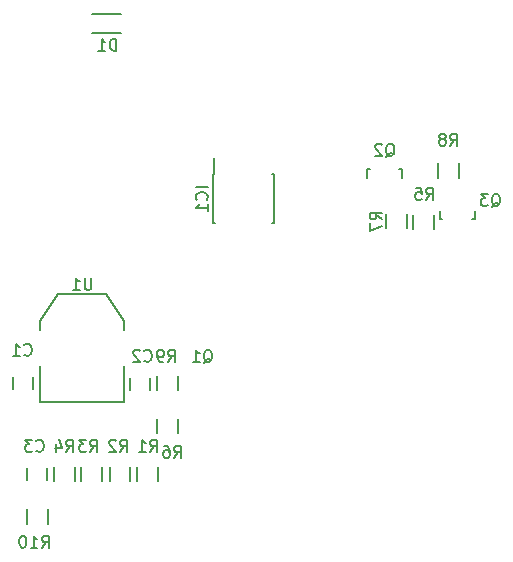
<source format=gbr>
G04 #@! TF.GenerationSoftware,KiCad,Pcbnew,no-vcs-found*
G04 #@! TF.CreationDate,2016-12-05T19:06:41+01:00*
G04 #@! TF.ProjectId,relayboard,72656C6179626F6172642E6B69636164,rev?*
G04 #@! TF.FileFunction,Legend,Bot*
G04 #@! TF.FilePolarity,Positive*
%FSLAX46Y46*%
G04 Gerber Fmt 4.6, Leading zero omitted, Abs format (unit mm)*
G04 Created by KiCad (PCBNEW no-vcs-found) date Mon Dec  5 19:06:41 2016*
%MOMM*%
%LPD*%
G01*
G04 APERTURE LIST*
%ADD10C,0.100000*%
%ADD11C,0.150000*%
G04 APERTURE END LIST*
D10*
D11*
X116725000Y-104400000D02*
X116725000Y-105600000D01*
X118475000Y-105600000D02*
X118475000Y-104400000D01*
X154449160Y-79850240D02*
X154400900Y-79850240D01*
X151650180Y-79149200D02*
X151650180Y-79850240D01*
X151650180Y-79850240D02*
X151899100Y-79850240D01*
X154449160Y-79850240D02*
X154649820Y-79850240D01*
X154649820Y-79850240D02*
X154649820Y-79149200D01*
X153275000Y-76300000D02*
X153275000Y-75100000D01*
X151525000Y-75100000D02*
X151525000Y-76300000D01*
X149425000Y-79450000D02*
X149425000Y-80650000D01*
X151175000Y-80650000D02*
X151175000Y-79450000D01*
X132540000Y-76025000D02*
X132540000Y-74625000D01*
X137640000Y-76025000D02*
X137640000Y-80175000D01*
X132490000Y-76025000D02*
X132490000Y-80175000D01*
X137640000Y-76025000D02*
X137495000Y-76025000D01*
X137640000Y-80175000D02*
X137495000Y-80175000D01*
X132490000Y-80175000D02*
X132635000Y-80175000D01*
X132490000Y-76025000D02*
X132540000Y-76025000D01*
X115550000Y-94200000D02*
X115550000Y-93200000D01*
X117250000Y-93200000D02*
X117250000Y-94200000D01*
X125450000Y-94300000D02*
X125450000Y-93300000D01*
X127150000Y-93300000D02*
X127150000Y-94300000D01*
X118450000Y-100900000D02*
X118450000Y-101900000D01*
X116750000Y-101900000D02*
X116750000Y-100900000D01*
X122255000Y-64050000D02*
X124655000Y-64050000D01*
X122255000Y-62450000D02*
X124655000Y-62450000D01*
X145500180Y-75599760D02*
X145500180Y-76300800D01*
X145700840Y-75599760D02*
X145500180Y-75599760D01*
X148499820Y-75599760D02*
X148250900Y-75599760D01*
X148499820Y-76300800D02*
X148499820Y-75599760D01*
X145700840Y-75599760D02*
X145749100Y-75599760D01*
X126025000Y-100800000D02*
X126025000Y-102000000D01*
X127775000Y-102000000D02*
X127775000Y-100800000D01*
X125475000Y-102000000D02*
X125475000Y-100800000D01*
X123725000Y-100800000D02*
X123725000Y-102000000D01*
X123075000Y-102000000D02*
X123075000Y-100800000D01*
X121325000Y-100800000D02*
X121325000Y-102000000D01*
X119025000Y-100800000D02*
X119025000Y-102000000D01*
X120775000Y-102000000D02*
X120775000Y-100800000D01*
X127725000Y-96700000D02*
X127725000Y-97900000D01*
X129475000Y-97900000D02*
X129475000Y-96700000D01*
X147125000Y-79400000D02*
X147125000Y-80600000D01*
X148875000Y-80600000D02*
X148875000Y-79400000D01*
X129475000Y-94300000D02*
X129475000Y-93100000D01*
X127725000Y-93100000D02*
X127725000Y-94300000D01*
X117844000Y-88414000D02*
X117844000Y-89176000D01*
X119368000Y-86128000D02*
X117844000Y-88414000D01*
X123432000Y-86128000D02*
X119368000Y-86128000D01*
X124956000Y-88414000D02*
X123432000Y-86128000D01*
X124956000Y-89176000D02*
X124956000Y-88414000D01*
X117844000Y-95272000D02*
X117844000Y-92224000D01*
X124956000Y-95272000D02*
X117844000Y-95272000D01*
X124956000Y-92224000D02*
X124956000Y-95272000D01*
X117990857Y-107640380D02*
X118324190Y-107164190D01*
X118562285Y-107640380D02*
X118562285Y-106640380D01*
X118181333Y-106640380D01*
X118086095Y-106688000D01*
X118038476Y-106735619D01*
X117990857Y-106830857D01*
X117990857Y-106973714D01*
X118038476Y-107068952D01*
X118086095Y-107116571D01*
X118181333Y-107164190D01*
X118562285Y-107164190D01*
X117038476Y-107640380D02*
X117609904Y-107640380D01*
X117324190Y-107640380D02*
X117324190Y-106640380D01*
X117419428Y-106783238D01*
X117514666Y-106878476D01*
X117609904Y-106926095D01*
X116419428Y-106640380D02*
X116324190Y-106640380D01*
X116228952Y-106688000D01*
X116181333Y-106735619D01*
X116133714Y-106830857D01*
X116086095Y-107021333D01*
X116086095Y-107259428D01*
X116133714Y-107449904D01*
X116181333Y-107545142D01*
X116228952Y-107592761D01*
X116324190Y-107640380D01*
X116419428Y-107640380D01*
X116514666Y-107592761D01*
X116562285Y-107545142D01*
X116609904Y-107449904D01*
X116657523Y-107259428D01*
X116657523Y-107021333D01*
X116609904Y-106830857D01*
X116562285Y-106735619D01*
X116514666Y-106688000D01*
X116419428Y-106640380D01*
X156051238Y-78779619D02*
X156146476Y-78732000D01*
X156241714Y-78636761D01*
X156384571Y-78493904D01*
X156479809Y-78446285D01*
X156575047Y-78446285D01*
X156527428Y-78684380D02*
X156622666Y-78636761D01*
X156717904Y-78541523D01*
X156765523Y-78351047D01*
X156765523Y-78017714D01*
X156717904Y-77827238D01*
X156622666Y-77732000D01*
X156527428Y-77684380D01*
X156336952Y-77684380D01*
X156241714Y-77732000D01*
X156146476Y-77827238D01*
X156098857Y-78017714D01*
X156098857Y-78351047D01*
X156146476Y-78541523D01*
X156241714Y-78636761D01*
X156336952Y-78684380D01*
X156527428Y-78684380D01*
X155765523Y-77684380D02*
X155146476Y-77684380D01*
X155479809Y-78065333D01*
X155336952Y-78065333D01*
X155241714Y-78112952D01*
X155194095Y-78160571D01*
X155146476Y-78255809D01*
X155146476Y-78493904D01*
X155194095Y-78589142D01*
X155241714Y-78636761D01*
X155336952Y-78684380D01*
X155622666Y-78684380D01*
X155717904Y-78636761D01*
X155765523Y-78589142D01*
X152566666Y-73604380D02*
X152900000Y-73128190D01*
X153138095Y-73604380D02*
X153138095Y-72604380D01*
X152757142Y-72604380D01*
X152661904Y-72652000D01*
X152614285Y-72699619D01*
X152566666Y-72794857D01*
X152566666Y-72937714D01*
X152614285Y-73032952D01*
X152661904Y-73080571D01*
X152757142Y-73128190D01*
X153138095Y-73128190D01*
X151995238Y-73032952D02*
X152090476Y-72985333D01*
X152138095Y-72937714D01*
X152185714Y-72842476D01*
X152185714Y-72794857D01*
X152138095Y-72699619D01*
X152090476Y-72652000D01*
X151995238Y-72604380D01*
X151804761Y-72604380D01*
X151709523Y-72652000D01*
X151661904Y-72699619D01*
X151614285Y-72794857D01*
X151614285Y-72842476D01*
X151661904Y-72937714D01*
X151709523Y-72985333D01*
X151804761Y-73032952D01*
X151995238Y-73032952D01*
X152090476Y-73080571D01*
X152138095Y-73128190D01*
X152185714Y-73223428D01*
X152185714Y-73413904D01*
X152138095Y-73509142D01*
X152090476Y-73556761D01*
X151995238Y-73604380D01*
X151804761Y-73604380D01*
X151709523Y-73556761D01*
X151661904Y-73509142D01*
X151614285Y-73413904D01*
X151614285Y-73223428D01*
X151661904Y-73128190D01*
X151709523Y-73080571D01*
X151804761Y-73032952D01*
X150534666Y-78176380D02*
X150868000Y-77700190D01*
X151106095Y-78176380D02*
X151106095Y-77176380D01*
X150725142Y-77176380D01*
X150629904Y-77224000D01*
X150582285Y-77271619D01*
X150534666Y-77366857D01*
X150534666Y-77509714D01*
X150582285Y-77604952D01*
X150629904Y-77652571D01*
X150725142Y-77700190D01*
X151106095Y-77700190D01*
X149629904Y-77176380D02*
X150106095Y-77176380D01*
X150153714Y-77652571D01*
X150106095Y-77604952D01*
X150010857Y-77557333D01*
X149772761Y-77557333D01*
X149677523Y-77604952D01*
X149629904Y-77652571D01*
X149582285Y-77747809D01*
X149582285Y-77985904D01*
X149629904Y-78081142D01*
X149677523Y-78128761D01*
X149772761Y-78176380D01*
X150010857Y-78176380D01*
X150106095Y-78128761D01*
X150153714Y-78081142D01*
X132017380Y-77123809D02*
X131017380Y-77123809D01*
X131922142Y-78171428D02*
X131969761Y-78123809D01*
X132017380Y-77980952D01*
X132017380Y-77885714D01*
X131969761Y-77742857D01*
X131874523Y-77647619D01*
X131779285Y-77600000D01*
X131588809Y-77552380D01*
X131445952Y-77552380D01*
X131255476Y-77600000D01*
X131160238Y-77647619D01*
X131065000Y-77742857D01*
X131017380Y-77885714D01*
X131017380Y-77980952D01*
X131065000Y-78123809D01*
X131112619Y-78171428D01*
X132017380Y-79123809D02*
X132017380Y-78552380D01*
X132017380Y-78838095D02*
X131017380Y-78838095D01*
X131160238Y-78742857D01*
X131255476Y-78647619D01*
X131303095Y-78552380D01*
X116498666Y-91289142D02*
X116546285Y-91336761D01*
X116689142Y-91384380D01*
X116784380Y-91384380D01*
X116927238Y-91336761D01*
X117022476Y-91241523D01*
X117070095Y-91146285D01*
X117117714Y-90955809D01*
X117117714Y-90812952D01*
X117070095Y-90622476D01*
X117022476Y-90527238D01*
X116927238Y-90432000D01*
X116784380Y-90384380D01*
X116689142Y-90384380D01*
X116546285Y-90432000D01*
X116498666Y-90479619D01*
X115546285Y-91384380D02*
X116117714Y-91384380D01*
X115832000Y-91384380D02*
X115832000Y-90384380D01*
X115927238Y-90527238D01*
X116022476Y-90622476D01*
X116117714Y-90670095D01*
X126658666Y-91797142D02*
X126706285Y-91844761D01*
X126849142Y-91892380D01*
X126944380Y-91892380D01*
X127087238Y-91844761D01*
X127182476Y-91749523D01*
X127230095Y-91654285D01*
X127277714Y-91463809D01*
X127277714Y-91320952D01*
X127230095Y-91130476D01*
X127182476Y-91035238D01*
X127087238Y-90940000D01*
X126944380Y-90892380D01*
X126849142Y-90892380D01*
X126706285Y-90940000D01*
X126658666Y-90987619D01*
X126277714Y-90987619D02*
X126230095Y-90940000D01*
X126134857Y-90892380D01*
X125896761Y-90892380D01*
X125801523Y-90940000D01*
X125753904Y-90987619D01*
X125706285Y-91082857D01*
X125706285Y-91178095D01*
X125753904Y-91320952D01*
X126325333Y-91892380D01*
X125706285Y-91892380D01*
X117514666Y-99417142D02*
X117562285Y-99464761D01*
X117705142Y-99512380D01*
X117800380Y-99512380D01*
X117943238Y-99464761D01*
X118038476Y-99369523D01*
X118086095Y-99274285D01*
X118133714Y-99083809D01*
X118133714Y-98940952D01*
X118086095Y-98750476D01*
X118038476Y-98655238D01*
X117943238Y-98560000D01*
X117800380Y-98512380D01*
X117705142Y-98512380D01*
X117562285Y-98560000D01*
X117514666Y-98607619D01*
X117181333Y-98512380D02*
X116562285Y-98512380D01*
X116895619Y-98893333D01*
X116752761Y-98893333D01*
X116657523Y-98940952D01*
X116609904Y-98988571D01*
X116562285Y-99083809D01*
X116562285Y-99321904D01*
X116609904Y-99417142D01*
X116657523Y-99464761D01*
X116752761Y-99512380D01*
X117038476Y-99512380D01*
X117133714Y-99464761D01*
X117181333Y-99417142D01*
X124293095Y-65552380D02*
X124293095Y-64552380D01*
X124055000Y-64552380D01*
X123912142Y-64600000D01*
X123816904Y-64695238D01*
X123769285Y-64790476D01*
X123721666Y-64980952D01*
X123721666Y-65123809D01*
X123769285Y-65314285D01*
X123816904Y-65409523D01*
X123912142Y-65504761D01*
X124055000Y-65552380D01*
X124293095Y-65552380D01*
X122769285Y-65552380D02*
X123340714Y-65552380D01*
X123055000Y-65552380D02*
X123055000Y-64552380D01*
X123150238Y-64695238D01*
X123245476Y-64790476D01*
X123340714Y-64838095D01*
X131667238Y-91987619D02*
X131762476Y-91940000D01*
X131857714Y-91844761D01*
X132000571Y-91701904D01*
X132095809Y-91654285D01*
X132191047Y-91654285D01*
X132143428Y-91892380D02*
X132238666Y-91844761D01*
X132333904Y-91749523D01*
X132381523Y-91559047D01*
X132381523Y-91225714D01*
X132333904Y-91035238D01*
X132238666Y-90940000D01*
X132143428Y-90892380D01*
X131952952Y-90892380D01*
X131857714Y-90940000D01*
X131762476Y-91035238D01*
X131714857Y-91225714D01*
X131714857Y-91559047D01*
X131762476Y-91749523D01*
X131857714Y-91844761D01*
X131952952Y-91892380D01*
X132143428Y-91892380D01*
X130762476Y-91892380D02*
X131333904Y-91892380D01*
X131048190Y-91892380D02*
X131048190Y-90892380D01*
X131143428Y-91035238D01*
X131238666Y-91130476D01*
X131333904Y-91178095D01*
X147095238Y-74547619D02*
X147190476Y-74500000D01*
X147285714Y-74404761D01*
X147428571Y-74261904D01*
X147523809Y-74214285D01*
X147619047Y-74214285D01*
X147571428Y-74452380D02*
X147666666Y-74404761D01*
X147761904Y-74309523D01*
X147809523Y-74119047D01*
X147809523Y-73785714D01*
X147761904Y-73595238D01*
X147666666Y-73500000D01*
X147571428Y-73452380D01*
X147380952Y-73452380D01*
X147285714Y-73500000D01*
X147190476Y-73595238D01*
X147142857Y-73785714D01*
X147142857Y-74119047D01*
X147190476Y-74309523D01*
X147285714Y-74404761D01*
X147380952Y-74452380D01*
X147571428Y-74452380D01*
X146761904Y-73547619D02*
X146714285Y-73500000D01*
X146619047Y-73452380D01*
X146380952Y-73452380D01*
X146285714Y-73500000D01*
X146238095Y-73547619D01*
X146190476Y-73642857D01*
X146190476Y-73738095D01*
X146238095Y-73880952D01*
X146809523Y-74452380D01*
X146190476Y-74452380D01*
X127166666Y-99512380D02*
X127500000Y-99036190D01*
X127738095Y-99512380D02*
X127738095Y-98512380D01*
X127357142Y-98512380D01*
X127261904Y-98560000D01*
X127214285Y-98607619D01*
X127166666Y-98702857D01*
X127166666Y-98845714D01*
X127214285Y-98940952D01*
X127261904Y-98988571D01*
X127357142Y-99036190D01*
X127738095Y-99036190D01*
X126214285Y-99512380D02*
X126785714Y-99512380D01*
X126500000Y-99512380D02*
X126500000Y-98512380D01*
X126595238Y-98655238D01*
X126690476Y-98750476D01*
X126785714Y-98798095D01*
X124626666Y-99512380D02*
X124960000Y-99036190D01*
X125198095Y-99512380D02*
X125198095Y-98512380D01*
X124817142Y-98512380D01*
X124721904Y-98560000D01*
X124674285Y-98607619D01*
X124626666Y-98702857D01*
X124626666Y-98845714D01*
X124674285Y-98940952D01*
X124721904Y-98988571D01*
X124817142Y-99036190D01*
X125198095Y-99036190D01*
X124245714Y-98607619D02*
X124198095Y-98560000D01*
X124102857Y-98512380D01*
X123864761Y-98512380D01*
X123769523Y-98560000D01*
X123721904Y-98607619D01*
X123674285Y-98702857D01*
X123674285Y-98798095D01*
X123721904Y-98940952D01*
X124293333Y-99512380D01*
X123674285Y-99512380D01*
X122086666Y-99512380D02*
X122420000Y-99036190D01*
X122658095Y-99512380D02*
X122658095Y-98512380D01*
X122277142Y-98512380D01*
X122181904Y-98560000D01*
X122134285Y-98607619D01*
X122086666Y-98702857D01*
X122086666Y-98845714D01*
X122134285Y-98940952D01*
X122181904Y-98988571D01*
X122277142Y-99036190D01*
X122658095Y-99036190D01*
X121753333Y-98512380D02*
X121134285Y-98512380D01*
X121467619Y-98893333D01*
X121324761Y-98893333D01*
X121229523Y-98940952D01*
X121181904Y-98988571D01*
X121134285Y-99083809D01*
X121134285Y-99321904D01*
X121181904Y-99417142D01*
X121229523Y-99464761D01*
X121324761Y-99512380D01*
X121610476Y-99512380D01*
X121705714Y-99464761D01*
X121753333Y-99417142D01*
X120054666Y-99512380D02*
X120388000Y-99036190D01*
X120626095Y-99512380D02*
X120626095Y-98512380D01*
X120245142Y-98512380D01*
X120149904Y-98560000D01*
X120102285Y-98607619D01*
X120054666Y-98702857D01*
X120054666Y-98845714D01*
X120102285Y-98940952D01*
X120149904Y-98988571D01*
X120245142Y-99036190D01*
X120626095Y-99036190D01*
X119197523Y-98845714D02*
X119197523Y-99512380D01*
X119435619Y-98464761D02*
X119673714Y-99179047D01*
X119054666Y-99179047D01*
X129198666Y-100020380D02*
X129532000Y-99544190D01*
X129770095Y-100020380D02*
X129770095Y-99020380D01*
X129389142Y-99020380D01*
X129293904Y-99068000D01*
X129246285Y-99115619D01*
X129198666Y-99210857D01*
X129198666Y-99353714D01*
X129246285Y-99448952D01*
X129293904Y-99496571D01*
X129389142Y-99544190D01*
X129770095Y-99544190D01*
X128341523Y-99020380D02*
X128532000Y-99020380D01*
X128627238Y-99068000D01*
X128674857Y-99115619D01*
X128770095Y-99258476D01*
X128817714Y-99448952D01*
X128817714Y-99829904D01*
X128770095Y-99925142D01*
X128722476Y-99972761D01*
X128627238Y-100020380D01*
X128436761Y-100020380D01*
X128341523Y-99972761D01*
X128293904Y-99925142D01*
X128246285Y-99829904D01*
X128246285Y-99591809D01*
X128293904Y-99496571D01*
X128341523Y-99448952D01*
X128436761Y-99401333D01*
X128627238Y-99401333D01*
X128722476Y-99448952D01*
X128770095Y-99496571D01*
X128817714Y-99591809D01*
X146756380Y-79833333D02*
X146280190Y-79500000D01*
X146756380Y-79261904D02*
X145756380Y-79261904D01*
X145756380Y-79642857D01*
X145804000Y-79738095D01*
X145851619Y-79785714D01*
X145946857Y-79833333D01*
X146089714Y-79833333D01*
X146184952Y-79785714D01*
X146232571Y-79738095D01*
X146280190Y-79642857D01*
X146280190Y-79261904D01*
X145756380Y-80166666D02*
X145756380Y-80833333D01*
X146756380Y-80404761D01*
X128690666Y-91892380D02*
X129024000Y-91416190D01*
X129262095Y-91892380D02*
X129262095Y-90892380D01*
X128881142Y-90892380D01*
X128785904Y-90940000D01*
X128738285Y-90987619D01*
X128690666Y-91082857D01*
X128690666Y-91225714D01*
X128738285Y-91320952D01*
X128785904Y-91368571D01*
X128881142Y-91416190D01*
X129262095Y-91416190D01*
X128214476Y-91892380D02*
X128024000Y-91892380D01*
X127928761Y-91844761D01*
X127881142Y-91797142D01*
X127785904Y-91654285D01*
X127738285Y-91463809D01*
X127738285Y-91082857D01*
X127785904Y-90987619D01*
X127833523Y-90940000D01*
X127928761Y-90892380D01*
X128119238Y-90892380D01*
X128214476Y-90940000D01*
X128262095Y-90987619D01*
X128309714Y-91082857D01*
X128309714Y-91320952D01*
X128262095Y-91416190D01*
X128214476Y-91463809D01*
X128119238Y-91511428D01*
X127928761Y-91511428D01*
X127833523Y-91463809D01*
X127785904Y-91416190D01*
X127738285Y-91320952D01*
X122173904Y-84796380D02*
X122173904Y-85605904D01*
X122126285Y-85701142D01*
X122078666Y-85748761D01*
X121983428Y-85796380D01*
X121792952Y-85796380D01*
X121697714Y-85748761D01*
X121650095Y-85701142D01*
X121602476Y-85605904D01*
X121602476Y-84796380D01*
X120602476Y-85796380D02*
X121173904Y-85796380D01*
X120888190Y-85796380D02*
X120888190Y-84796380D01*
X120983428Y-84939238D01*
X121078666Y-85034476D01*
X121173904Y-85082095D01*
M02*

</source>
